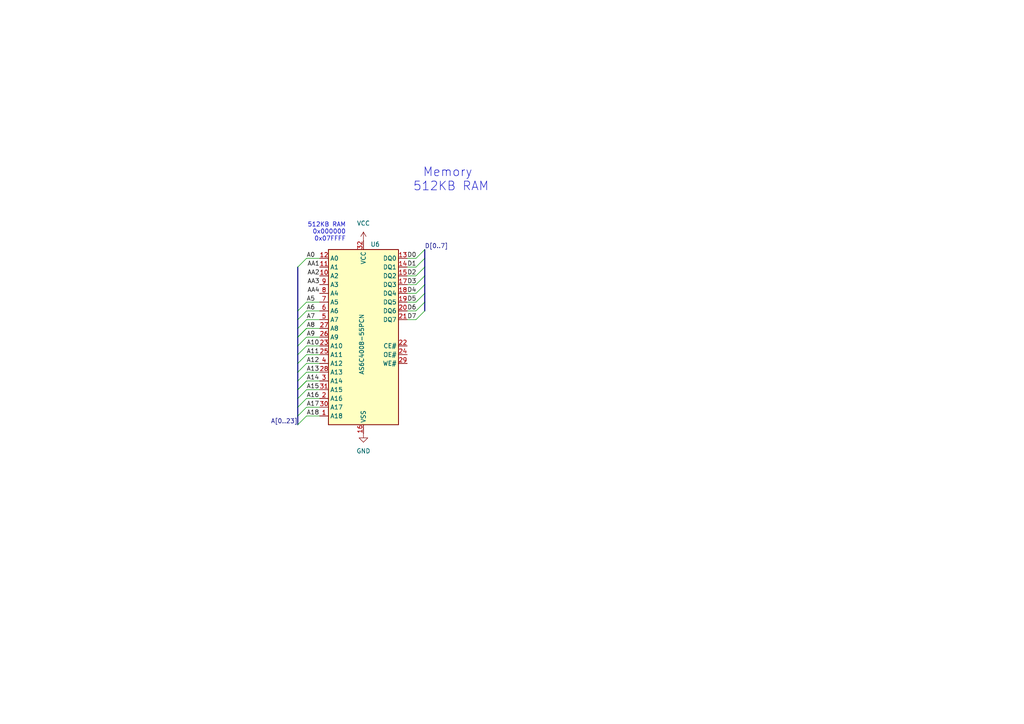
<source format=kicad_sch>
(kicad_sch (version 20250114) (generator "eeschema") (generator_version "9.0")
  (paper "A4")
  (lib_symbols
    (symbol "Memory_RAM:AS6C4008-55PCN"
      (property "Reference" "U1" (at 2.1433 30.48 0))
      (property "Value" "AS6C4008-55PCN" (at 2.1433 27.94 0))
      (symbol "AS6C4008-55PCN_0_0"
        (pin power_in line (at 0 27.94 270) (length 2.54) (name "VCC") (number "32"))
        (pin power_in line (at 0 -27.94 90) (length 2.54) (name "VSS") (number "16"))
      )
      (symbol "AS6C4008-55PCN_0_1"
        (rectangle (start -10.16 25.4) (end 10.16 -25.4) (stroke (width 0.254)) (fill (type background)))
      )
      (symbol "AS6C4008-55PCN_1_1"
        (pin input line (at -12.7 22.86 0) (length 2.54) (name "A0") (number "12"))
        (pin input line (at -12.7 20.32 0) (length 2.54) (name "A1") (number "11"))
        (pin input line (at -12.7 17.78 0) (length 2.54) (name "A2") (number "10"))
        (pin input line (at -12.7 15.24 0) (length 2.54) (name "A3") (number "9"))
        (pin input line (at -12.7 12.7 0) (length 2.54) (name "A4") (number "8"))
        (pin input line (at -12.7 10.16 0) (length 2.54) (name "A5") (number "7"))
        (pin input line (at -12.7 7.62 0) (length 2.54) (name "A6") (number "6"))
        (pin input line (at -12.7 5.08 0) (length 2.54) (name "A7") (number "5"))
        (pin input line (at -12.7 2.54 0) (length 2.54) (name "A8") (number "27"))
        (pin input line (at -12.7 0 0) (length 2.54) (name "A9") (number "26"))
        (pin input line (at -12.7 -2.54 0) (length 2.54) (name "A10") (number "23"))
        (pin input line (at -12.7 -5.08 0) (length 2.54) (name "A11") (number "25"))
        (pin input line (at -12.7 -7.62 0) (length 2.54) (name "A12") (number "4"))
        (pin input line (at -12.7 -10.16 0) (length 2.54) (name "A13") (number "28"))
        (pin input line (at -12.7 -12.7 0) (length 2.54) (name "A14") (number "3"))
        (pin input line (at -12.7 -15.24 0) (length 2.54) (name "A15") (number "31"))
        (pin input line (at -12.7 -17.78 0) (length 2.54) (name "A16") (number "2"))
        (pin input line (at -12.7 -20.32 0) (length 2.54) (name "A17") (number "30"))
        (pin input line (at -12.7 -22.86 0) (length 2.54) (name "A18") (number "1"))
        (pin tri_state line (at 12.7 22.86 180) (length 2.54) (name "DQ0") (number "13"))
        (pin tri_state line (at 12.7 20.32 180) (length 2.54) (name "DQ1") (number "14"))
        (pin tri_state line (at 12.7 17.78 180) (length 2.54) (name "DQ2") (number "15"))
        (pin tri_state line (at 12.7 15.24 180) (length 2.54) (name "DQ3") (number "17"))
        (pin tri_state line (at 12.7 12.7 180) (length 2.54) (name "DQ4") (number "18"))
        (pin tri_state line (at 12.7 10.16 180) (length 2.54) (name "DQ5") (number "19"))
        (pin tri_state line (at 12.7 7.62 180) (length 2.54) (name "DQ6") (number "20"))
        (pin tri_state line (at 12.7 5.08 180) (length 2.54) (name "DQ7") (number "21"))
        (pin input line (at 12.7 -2.54 180) (length 2.54) (name "CE#") (number "22"))
        (pin input line (at 12.7 -5.08 180) (length 2.54) (name "OE#") (number "24"))
        (pin input line (at 12.7 -7.62 180) (length 2.54) (name "WE#") (number "29"))
      )
    )
    (symbol "power:GND" (power) (pin_names (offset 0))
      (property "Value" "GND" (at 0 -3.81 0))
      (symbol "GND_0_1"
        (polyline (pts (xy 0 0) (xy 0 -1.27) (xy 1.27 -1.27) (xy 0 -2.54) (xy -1.27 -1.27) (xy 0 -1.27)))
      )
      (symbol "GND_1_1"
        (pin power_in line (at 0 0 270) (length 0) (hide yes) (name "GND") (number "1"))
      )
    )
    (symbol "power:VCC" (power) (pin_numbers (hide yes)) (pin_names (offset 0) (hide yes))
      (property "Value" "VCC" (at 0 3.556 0))
      (symbol "VCC_0_1"
        (polyline (pts (xy -0.762 1.27) (xy 0 2.54)))
        (polyline (pts (xy 0 2.54) (xy 0.762 1.27)))
        (polyline (pts (xy 0 0) (xy 0 2.54)))
      )
      (symbol "VCC_1_1"
        (pin power_in line (at 0 0 90) (length 0) (name "~") (number "1"))
      )
    )
  )
  (text "512KB RAM\n0x000000\n0x07FFFF" (at 100.33 70.104 0) (effects (font (size 1.27 1.27)) (justify right bottom)))
  (text "Memory \n512KB RAM" (at 130.81 55.626 0) (effects (font (size 2.54 2.54)) (justify bottom)))
  (bus_entry (at 86.36 113.03) (size 2.54 -2.54))
  (bus_entry (at 123.19 77.47) (size -2.54 2.54))
  (bus_entry (at 86.36 97.79) (size 2.54 -2.54))
  (bus_entry (at 86.36 97.79) (size 2.54 -2.54))
  (bus_entry (at 86.36 102.87) (size 2.54 -2.54))
  (bus_entry (at 86.36 95.25) (size 2.54 -2.54))
  (bus_entry (at 86.36 115.57) (size 2.54 -2.54))
  (bus_entry (at 86.36 113.03) (size 2.54 -2.54))
  (bus_entry (at 123.19 82.55) (size -2.54 2.54))
  (bus_entry (at 123.19 74.93) (size -2.54 2.54))
  (bus_entry (at 86.36 77.47) (size 2.54 -2.54))
  (bus_entry (at 86.36 118.11) (size 2.54 -2.54))
  (bus_entry (at 123.19 72.39) (size -2.54 2.54))
  (bus_entry (at 86.36 92.71) (size 2.54 -2.54))
  (bus_entry (at 86.36 90.17) (size 2.54 -2.54))
  (bus_entry (at 86.36 105.41) (size 2.54 -2.54))
  (bus_entry (at 123.19 90.17) (size -2.54 2.54))
  (bus_entry (at 123.19 87.63) (size -2.54 2.54))
  (bus_entry (at 123.19 80.01) (size -2.54 2.54))
  (bus_entry (at 86.36 123.19) (size 2.54 -2.54))
  (bus_entry (at 123.19 85.09) (size -2.54 2.54))
  (bus_entry (at 86.36 100.33) (size 2.54 -2.54))
  (bus_entry (at 86.36 107.95) (size 2.54 -2.54))
  (bus_entry (at 86.36 110.49) (size 2.54 -2.54))
  (bus_entry (at 86.36 120.65) (size 2.54 -2.54))
  (wire (pts (xy 88.9 100.33) (xy 92.71 100.33)))
  (wire (pts (xy 88.9 74.93) (xy 92.71 74.93)))
  (wire (pts (xy 118.11 85.09) (xy 120.65 85.09)))
  (wire (pts (xy 88.9 105.41) (xy 92.71 105.41)))
  (bus (pts (xy 86.36 100.33) (xy 86.36 102.87)))
  (bus (pts (xy 86.36 118.11) (xy 86.36 120.65)))
  (bus (pts (xy 123.19 82.55) (xy 123.19 85.09)))
  (wire (pts (xy 118.11 92.71) (xy 120.65 92.71)))
  (bus (pts (xy 86.36 113.03) (xy 86.36 115.57)))
  (bus (pts (xy 123.19 74.93) (xy 123.19 77.47)))
  (bus (pts (xy 86.36 95.25) (xy 86.36 92.71)))
  (wire (pts (xy 118.11 90.17) (xy 120.65 90.17)))
  (bus (pts (xy 123.19 87.63) (xy 123.19 85.09)))
  (wire (pts (xy 88.9 92.71) (xy 92.71 92.71)))
  (wire (pts (xy 88.9 115.57) (xy 92.71 115.57)))
  (wire (pts (xy 88.9 110.49) (xy 92.71 110.49)))
  (wire (pts (xy 88.9 97.79) (xy 92.71 97.79)))
  (wire (pts (xy 118.11 87.63) (xy 120.65 87.63)))
  (bus (pts (xy 123.19 77.47) (xy 123.19 80.01)))
  (wire (pts (xy 88.9 118.11) (xy 92.71 118.11)))
  (wire (pts (xy 118.11 80.01) (xy 120.65 80.01)))
  (wire (pts (xy 88.9 113.03) (xy 92.71 113.03)))
  (wire (pts (xy 118.11 82.55) (xy 120.65 82.55)))
  (wire (pts (xy 88.9 107.95) (xy 92.71 107.95)))
  (wire (pts (xy 118.11 74.93) (xy 120.65 74.93)))
  (bus (pts (xy 86.36 105.41) (xy 86.36 107.95)))
  (wire (pts (xy 88.9 95.25) (xy 92.71 95.25)))
  (wire (pts (xy 88.9 120.65) (xy 92.71 120.65)))
  (bus (pts (xy 123.19 72.39) (xy 123.19 74.93)))
  (bus (pts (xy 86.36 107.95) (xy 86.36 110.49)))
  (bus (pts (xy 86.36 120.65) (xy 86.36 123.19)))
  (bus (pts (xy 86.36 92.71) (xy 86.36 90.17)))
  (bus (pts (xy 86.36 100.33) (xy 86.36 97.79)))
  (bus (pts (xy 86.36 102.87) (xy 86.36 105.41)))
  (wire (pts (xy 88.9 102.87) (xy 92.71 102.87)))
  (bus (pts (xy 123.19 90.17) (xy 123.19 87.63)))
  (wire (pts (xy 88.9 90.17) (xy 92.71 90.17)))
  (wire (pts (xy 118.11 77.47) (xy 120.65 77.47)))
  (bus (pts (xy 86.36 110.49) (xy 86.36 113.03)))
  (bus (pts (xy 86.36 115.57) (xy 86.36 118.11)))
  (wire (pts (xy 88.9 87.63) (xy 92.71 87.63)))
  (bus (pts (xy 123.19 80.01) (xy 123.19 82.55)))
  (bus (pts (xy 86.36 77.47) (xy 86.36 90.17)))
  (bus (pts (xy 86.36 95.25) (xy 86.36 97.79)))
  (label "A12" (at 88.9 105.41 0))
  (label "D1" (at 118.11 77.47 0))
  (label "D7" (at 118.11 92.71 0))
  (label "AA2" (at 92.71 80.01 180))
  (label "D5" (at 118.11 87.63 0))
  (label "A7" (at 88.9 92.71 0))
  (label "D6" (at 118.11 90.17 0))
  (label "A14" (at 88.9 110.49 0))
  (label "A13" (at 88.9 107.95 0))
  (label "D3" (at 118.11 82.55 0))
  (label "A0" (at 88.9 74.93 0))
  (label "A16" (at 88.9 115.57 0))
  (label "D0" (at 118.11 74.93 0))
  (label "D[0..7]" (at 123.19 72.39 0))
  (label "D4" (at 118.11 85.09 0))
  (label "A9" (at 88.9 97.79 0))
  (label "A18" (at 88.9 120.65 0))
  (label "A11" (at 88.9 102.87 0))
  (label "AA1" (at 92.71 77.47 180))
  (label "A5" (at 88.9 87.63 0))
  (label "D2" (at 118.11 80.01 0))
  (label "AA4" (at 92.71 85.09 180))
  (label "A6" (at 88.9 90.17 0))
  (label "A10" (at 88.9 100.33 0))
  (label "A17" (at 88.9 118.11 0))
  (label "A15" (at 88.9 113.03 0))
  (label "A[0..23]" (at 86.36 123.19 180))
  (label "AA3" (at 92.71 82.55 180))
  (label "A8" (at 88.9 95.25 0))
  (symbol (lib_id "power:VCC") (at 105.41 69.85 0) (unit 1)
    (property "Reference" "#PWR025" (effects (hide yes)))
    (property "Value" "VCC" (at 105.41 64.77 0))
    (property "Description" "Power symbol creates a global label with name \"VCC\"" (effects (hide yes)))
  )
  (symbol (lib_id "Memory_RAM:AS6C4008-55PCN") (at 105.41 97.79 0) (unit 1)
    (property "Reference" "U6" (at 107.442 70.866 0) (effects (justify left)))
    (property "Value" "AS6C4008-55PCN" (at 104.902 108.712 90) (effects (justify left)))
    (property "Footprint" "Package_DIP:DIP-32_W15.24mm_Socket" (effects (hide yes)))
    (property "Datasheet" "https://www.alliancememory.com/wp-content/uploads/pdf/AS6C4008.pdf" (effects (hide yes)))
    (property "Description" "512K x 8 Low Power CMOS RAM, DIP-32" (effects (hide yes)))
  )
  (symbol (lib_id "power:GND") (at 105.41 125.73 0) (unit 1)
    (property "Reference" "#PWR08" (effects (hide yes)))
    (property "Value" "GND" (at 105.41 130.81 0))
    (property "Description" "Power symbol creates a global label with name \"GND\" , ground" (effects (hide yes)))
  )
)
</source>
